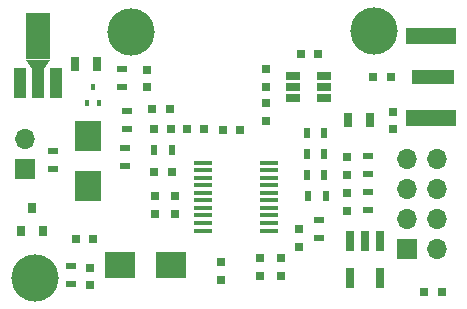
<source format=gbr>
G04 #@! TF.FileFunction,Soldermask,Top*
%FSLAX46Y46*%
G04 Gerber Fmt 4.6, Leading zero omitted, Abs format (unit mm)*
G04 Created by KiCad (PCBNEW 4.0.6) date Monday, October 02, 2017 'PMt' 03:48:25 PM*
%MOMM*%
%LPD*%
G01*
G04 APERTURE LIST*
%ADD10C,0.100000*%
%ADD11R,0.500000X0.900000*%
%ADD12R,1.524000X0.380000*%
%ADD13R,0.700000X1.300000*%
%ADD14R,0.750000X0.800000*%
%ADD15R,1.000760X2.501900*%
%ADD16R,1.998980X4.000500*%
%ADD17R,0.400000X0.510000*%
%ADD18R,0.800000X0.750000*%
%ADD19R,0.900000X0.500000*%
%ADD20R,1.220000X0.650000*%
%ADD21R,0.762000X1.651000*%
%ADD22C,4.000000*%
%ADD23R,2.500000X2.300000*%
%ADD24R,2.300000X2.500000*%
%ADD25R,0.800000X0.900000*%
%ADD26R,1.700000X1.700000*%
%ADD27O,1.700000X1.700000*%
%ADD28R,4.200000X1.350000*%
%ADD29R,3.600000X1.270000*%
G04 APERTURE END LIST*
D10*
D11*
X155309000Y-100330000D03*
X153809000Y-100330000D03*
D12*
X145033000Y-101028500D03*
X150623000Y-101028500D03*
X145033000Y-101668500D03*
X150623000Y-101668500D03*
X145033000Y-102308500D03*
X150623000Y-102308500D03*
X145033000Y-102948500D03*
X150623000Y-102948500D03*
X145033000Y-103588500D03*
X150623000Y-103588500D03*
X145033000Y-104228500D03*
X150623000Y-104228500D03*
X145033000Y-104868500D03*
X150623000Y-104868500D03*
X145033000Y-105508500D03*
X150623000Y-105508500D03*
X145033000Y-106148500D03*
X150623000Y-106148500D03*
X145033000Y-106788500D03*
X150623000Y-106788500D03*
D13*
X136078000Y-92710000D03*
X134178000Y-92710000D03*
D14*
X140271500Y-94666500D03*
X140271500Y-93166500D03*
D15*
X129562860Y-94300040D03*
X131064000Y-94300040D03*
X132565140Y-94300040D03*
D16*
X131064000Y-90347800D03*
D10*
G36*
X132064760Y-92322650D02*
X131564380Y-93071950D01*
X130563620Y-93071950D01*
X130063240Y-92322650D01*
X132064760Y-92322650D01*
X132064760Y-92322650D01*
G37*
D17*
X135199500Y-95963500D03*
X136199500Y-95963500D03*
X135699500Y-94663500D03*
D18*
X142367000Y-101854000D03*
X140867000Y-101854000D03*
D14*
X157226000Y-102096000D03*
X157226000Y-100596000D03*
X140970000Y-103898000D03*
X140970000Y-105398000D03*
X142621000Y-103898000D03*
X142621000Y-105398000D03*
X157226000Y-105144000D03*
X157226000Y-103644000D03*
X153162000Y-106692000D03*
X153162000Y-108192000D03*
X151638000Y-109105000D03*
X151638000Y-110605000D03*
X146558000Y-109486000D03*
X146558000Y-110986000D03*
X149860000Y-109105000D03*
X149860000Y-110605000D03*
X150368000Y-97524000D03*
X150368000Y-96024000D03*
X150368000Y-94603000D03*
X150368000Y-93103000D03*
D18*
X160960500Y-93789500D03*
X159460500Y-93789500D03*
X153301000Y-91821000D03*
X154801000Y-91821000D03*
X142355000Y-98171000D03*
X140855000Y-98171000D03*
X140728000Y-96520000D03*
X142228000Y-96520000D03*
X148197000Y-98298000D03*
X146697000Y-98298000D03*
X143649000Y-98171000D03*
X145149000Y-98171000D03*
D19*
X138557000Y-96659000D03*
X138557000Y-98159000D03*
D11*
X140867000Y-99949000D03*
X142367000Y-99949000D03*
X153809000Y-98552000D03*
X155309000Y-98552000D03*
X153936000Y-103886000D03*
X155436000Y-103886000D03*
D19*
X154813000Y-105930000D03*
X154813000Y-107430000D03*
X159004000Y-100469000D03*
X159004000Y-101969000D03*
D11*
X155309000Y-102108000D03*
X153809000Y-102108000D03*
D19*
X159004000Y-103517000D03*
X159004000Y-105017000D03*
D13*
X157292000Y-97409000D03*
X159192000Y-97409000D03*
D19*
X138430000Y-99834000D03*
X138430000Y-101334000D03*
D20*
X155234000Y-95565000D03*
X155234000Y-94615000D03*
X155234000Y-93665000D03*
X152614000Y-93665000D03*
X152614000Y-94615000D03*
X152614000Y-95565000D03*
D21*
X160020000Y-110807500D03*
X160020000Y-107632500D03*
X158750000Y-107632500D03*
X157480000Y-110807500D03*
X157480000Y-107632500D03*
D19*
X138176000Y-94603000D03*
X138176000Y-93103000D03*
D22*
X138976100Y-89979500D03*
X130784600Y-110807500D03*
X159486600Y-89916000D03*
D18*
X134251000Y-107505500D03*
X135751000Y-107505500D03*
D23*
X142294500Y-109664500D03*
X137994500Y-109664500D03*
D24*
X135318500Y-103051500D03*
X135318500Y-98751500D03*
D25*
X129606000Y-106854500D03*
X131506000Y-106854500D03*
X130556000Y-104854500D03*
D19*
X133858000Y-111303500D03*
X133858000Y-109803500D03*
D18*
X163778500Y-111950500D03*
X165278500Y-111950500D03*
D14*
X161099500Y-98222500D03*
X161099500Y-96722500D03*
X135445500Y-111430500D03*
X135445500Y-109930500D03*
D26*
X162306000Y-108331000D03*
D27*
X164846000Y-108331000D03*
X162306000Y-105791000D03*
X164846000Y-105791000D03*
X162306000Y-103251000D03*
X164846000Y-103251000D03*
X162306000Y-100711000D03*
X164846000Y-100711000D03*
D26*
X129984500Y-101600000D03*
D27*
X129984500Y-99060000D03*
D19*
X132334000Y-101588000D03*
X132334000Y-100088000D03*
D28*
X164338000Y-90282000D03*
X164338000Y-97282000D03*
D29*
X164538000Y-93782000D03*
D28*
X164338000Y-97282000D03*
X164338000Y-90282000D03*
M02*

</source>
